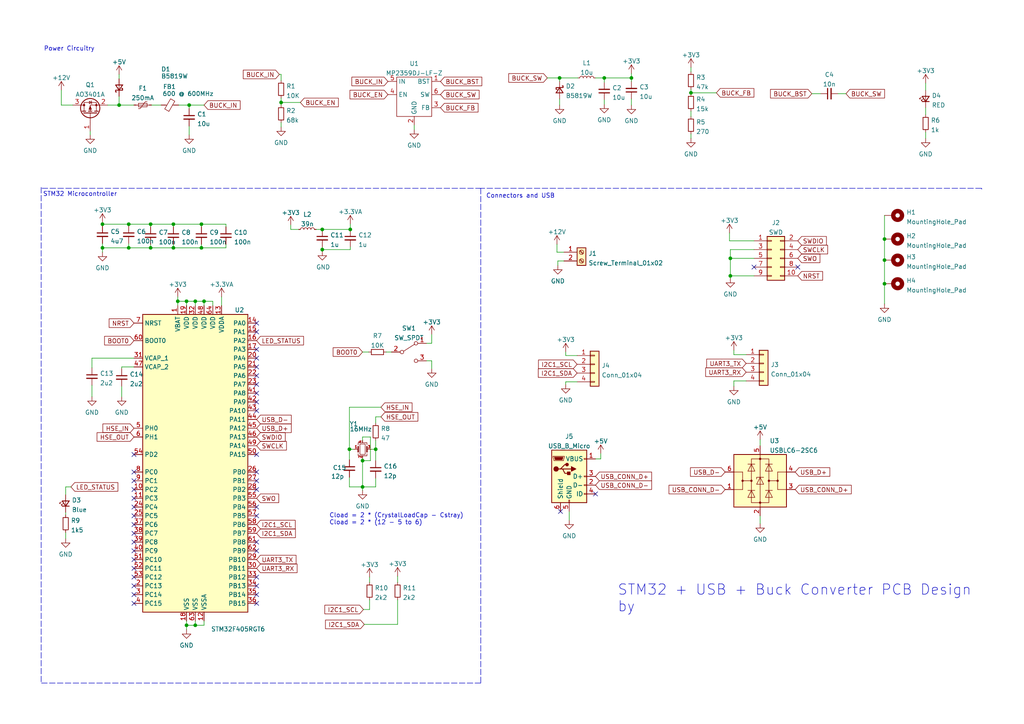
<source format=kicad_sch>
(kicad_sch (version 20211123) (generator eeschema)
  (paper "A4")
  (title_block (title "STM32F405RGT6 based test project") (date "2022-04-27") (rev "0.1v") (company "Majdbiw4200"))
  (lib_symbols
    (symbol "Connector:Screw_Terminal_01x02" (pin_names (offset 1.016) hide)
      (property "Reference" "J" (at 0 2.54 0))
      (property "Value" "Screw_Terminal_01x02" (at 0 -5.08 0))
      (symbol "Screw_Terminal_01x02_1_1"
        (pin passive line (at -5.08 0 0) (length 3.81) (name "Pin_1") (number "1"))
        (pin passive line (at -5.08 -2.54 0) (length 3.81) (name "Pin_2") (number "2"))
      )
    )
    (symbol "Connector:USB_B_Micro" (pin_names (offset 1.016))
      (property "Reference" "J" (at -5.08 11.43 0))
      (property "Value" "USB_B_Micro" (at -5.08 8.89 0))
      (symbol "USB_B_Micro_1_1"
        (pin power_out line (at 7.62 5.08 180) (length 2.54) (name "VBUS") (number "1"))
        (pin bidirectional line (at 7.62 -2.54 180) (length 2.54) (name "D-") (number "2"))
        (pin bidirectional line (at 7.62 0 180) (length 2.54) (name "D+") (number "3"))
        (pin passive line (at 7.62 -5.08 180) (length 2.54) (name "ID") (number "4"))
        (pin power_out line (at 0 -10.16 90) (length 2.54) (name "GND") (number "5"))
        (pin passive line (at -2.54 -10.16 90) (length 2.54) (name "Shield") (number "6"))
      )
    )
    (symbol "Connector_Generic:Conn_01x04" (pin_names (offset 1.016) hide)
      (property "Reference" "J" (at 0 5.08 0))
      (property "Value" "Conn_01x04" (at 0 -7.62 0))
      (symbol "Conn_01x04_1_1"
        (pin passive line (at -5.08 2.54 0) (length 3.81) (name "Pin_1") (number "1"))
        (pin passive line (at -5.08 0 0) (length 3.81) (name "Pin_2") (number "2"))
        (pin passive line (at -5.08 -2.54 0) (length 3.81) (name "Pin_3") (number "3"))
        (pin passive line (at -5.08 -5.08 0) (length 3.81) (name "Pin_4") (number "4"))
      )
    )
    (symbol "Connector_Generic:Conn_02x05_Odd_Even" (pin_names (offset 1.016) hide)
      (property "Reference" "J" (at 1.27 7.62 0))
      (property "Value" "Conn_02x05_Odd_Even" (at 1.27 -7.62 0))
      (symbol "Conn_02x05_Odd_Even_1_1"
        (pin passive line (at -5.08 5.08 0) (length 3.81) (name "Pin_1") (number "1"))
        (pin passive line (at 7.62 -5.08 180) (length 3.81) (name "Pin_10") (number "10"))
        (pin passive line (at 7.62 5.08 180) (length 3.81) (name "Pin_2") (number "2"))
        (pin passive line (at -5.08 2.54 0) (length 3.81) (name "Pin_3") (number "3"))
        (pin passive line (at 7.62 2.54 180) (length 3.81) (name "Pin_4") (number "4"))
        (pin passive line (at -5.08 0 0) (length 3.81) (name "Pin_5") (number "5"))
        (pin passive line (at 7.62 0 180) (length 3.81) (name "Pin_6") (number "6"))
        (pin passive line (at -5.08 -2.54 0) (length 3.81) (name "Pin_7") (number "7"))
        (pin passive line (at 7.62 -2.54 180) (length 3.81) (name "Pin_8") (number "8"))
        (pin passive line (at -5.08 -5.08 0) (length 3.81) (name "Pin_9") (number "9"))
      )
    )
    (symbol "Device:C_Small" (pin_numbers hide) (pin_names (offset 0.254) hide)
      (property "Reference" "C" (at 0.254 1.778 0))
      (property "Value" "C_Small" (at 0.254 -2.032 0))
      (symbol "C_Small_1_1"
        (pin passive line (at 0 2.54 270) (length 2.032) (name "~") (number "1"))
        (pin passive line (at 0 -2.54 90) (length 2.032) (name "~") (number "2"))
      )
    )
    (symbol "Device:Crystal_GND24_Small" (pin_names (offset 1.016) hide)
      (property "Reference" "Y" (at 1.27 4.445 0))
      (property "Value" "Crystal_GND24_Small" (at 1.27 2.54 0))
      (symbol "Crystal_GND24_Small_1_1"
        (pin passive line (at -2.54 0 0) (length 1.27) (name "1") (number "1"))
        (pin passive line (at 0 -2.54 90) (length 0.635) (name "2") (number "2"))
        (pin passive line (at 2.54 0 180) (length 1.27) (name "3") (number "3"))
        (pin passive line (at 0 2.54 270) (length 0.635) (name "4") (number "4"))
      )
    )
    (symbol "Device:D_Schottky_Small" (pin_numbers hide) (pin_names (offset 0.254) hide)
      (property "Reference" "D" (at -1.27 2.032 0))
      (property "Value" "D_Schottky_Small" (at -7.112 -2.032 0))
      (symbol "D_Schottky_Small_1_1"
        (pin passive line (at -2.54 0 0) (length 1.778) (name "K") (number "1"))
        (pin passive line (at 2.54 0 180) (length 1.778) (name "A") (number "2"))
      )
    )
    (symbol "Device:FerriteBead_Small" (pin_numbers hide) (pin_names (offset 0))
      (property "Reference" "FB" (at 1.905 1.27 0))
      (property "Value" "FerriteBead_Small" (at 1.905 -1.27 0))
      (symbol "FerriteBead_Small_1_1"
        (pin passive line (at 0 2.54 270) (length 1.27) (name "~") (number "1"))
        (pin passive line (at 0 -2.54 90) (length 1.27) (name "~") (number "2"))
      )
    )
    (symbol "Device:LED_Small" (pin_numbers hide) (pin_names (offset 0.254) hide)
      (property "Reference" "D" (at -1.27 3.175 0))
      (property "Value" "LED_Small" (at -4.445 -2.54 0))
      (symbol "LED_Small_1_1"
        (pin passive line (at -2.54 0 0) (length 1.778) (name "K") (number "1"))
        (pin passive line (at 2.54 0 180) (length 1.778) (name "A") (number "2"))
      )
    )
    (symbol "Device:L_Small" (pin_numbers hide) (pin_names (offset 0.254) hide)
      (property "Reference" "L" (at 0.762 1.016 0))
      (property "Value" "L_Small" (at 0.762 -1.016 0))
      (symbol "L_Small_1_1"
        (pin passive line (at 0 2.54 270) (length 0.508) (name "~") (number "1"))
        (pin passive line (at 0 -2.54 90) (length 0.508) (name "~") (number "2"))
      )
    )
    (symbol "Device:Polyfuse_Small" (pin_numbers hide) (pin_names (offset 0))
      (property "Reference" "F" (at -1.905 0 90))
      (property "Value" "Polyfuse_Small" (at 1.905 0 90))
      (symbol "Polyfuse_Small_1_1"
        (pin passive line (at 0 2.54 270) (length 0.635) (name "~") (number "1"))
        (pin passive line (at 0 -2.54 90) (length 0.635) (name "~") (number "2"))
      )
    )
    (symbol "Device:R_Small" (pin_numbers hide) (pin_names (offset 0.254) hide)
      (property "Reference" "R" (at 0.762 0.508 0))
      (property "Value" "R_Small" (at 0.762 -1.016 0))
      (symbol "R_Small_1_1"
        (pin passive line (at 0 2.54 270) (length 0.762) (name "~") (number "1"))
        (pin passive line (at 0 -2.54 90) (length 0.762) (name "~") (number "2"))
      )
    )
    (symbol "MCU_ST_STM32F4:STM32F405RGTx"
      (property "Reference" "U" (at -15.24 44.45 0))
      (property "Value" "STM32F405RGTx" (at 10.16 44.45 0))
      (symbol "STM32F405RGTx_1_1"
        (pin power_in line (at -5.08 45.72 270) (length 2.54) (name "VBAT") (number "1"))
        (pin bidirectional line (at -17.78 -7.62 0) (length 2.54) (name "PC2") (number "10"))
        (pin bidirectional line (at -17.78 -10.16 0) (length 2.54) (name "PC3") (number "11"))
        (pin power_in line (at 2.54 -45.72 90) (length 2.54) (name "VSSA") (number "12"))
        (pin power_in line (at 7.62 45.72 270) (length 2.54) (name "VDDA") (number "13"))
        (pin bidirectional line (at 17.78 40.64 180) (length 2.54) (name "PA0") (number "14"))
        (pin bidirectional line (at 17.78 38.1 180) (length 2.54) (name "PA1") (number "15"))
        (pin bidirectional line (at 17.78 35.56 180) (length 2.54) (name "PA2") (number "16"))
        (pin bidirectional line (at 17.78 33.02 180) (length 2.54) (name "PA3") (number "17"))
        (pin power_in line (at -2.54 -45.72 90) (length 2.54) (name "VSS") (number "18"))
        (pin power_in line (at -2.54 45.72 270) (length 2.54) (name "VDD") (number "19"))
        (pin bidirectional line (at -17.78 -35.56 0) (length 2.54) (name "PC13") (number "2"))
        (pin bidirectional line (at 17.78 30.48 180) (length 2.54) (name "PA4") (number "20"))
        (pin bidirectional line (at 17.78 27.94 180) (length 2.54) (name "PA5") (number "21"))
        (pin bidirectional line (at 17.78 25.4 180) (length 2.54) (name "PA6") (number "22"))
        (pin bidirectional line (at 17.78 22.86 180) (length 2.54) (name "PA7") (number "23"))
        (pin bidirectional line (at -17.78 -12.7 0) (length 2.54) (name "PC4") (number "24"))
        (pin bidirectional line (at -17.78 -15.24 0) (length 2.54) (name "PC5") (number "25"))
        (pin bidirectional line (at 17.78 -2.54 180) (length 2.54) (name "PB0") (number "26"))
        (pin bidirectional line (at 17.78 -5.08 180) (length 2.54) (name "PB1") (number "27"))
        (pin bidirectional line (at 17.78 -7.62 180) (length 2.54) (name "PB2") (number "28"))
        (pin bidirectional line (at 17.78 -27.94 180) (length 2.54) (name "PB10") (number "29"))
        (pin bidirectional line (at -17.78 -38.1 0) (length 2.54) (name "PC14") (number "3"))
        (pin bidirectional line (at 17.78 -30.48 180) (length 2.54) (name "PB11") (number "30"))
        (pin power_in line (at -17.78 30.48 0) (length 2.54) (name "VCAP_1") (number "31"))
        (pin power_in line (at 0 45.72 270) (length 2.54) (name "VDD") (number "32"))
        (pin bidirectional line (at 17.78 -33.02 180) (length 2.54) (name "PB12") (number "33"))
        (pin bidirectional line (at 17.78 -35.56 180) (length 2.54) (name "PB13") (number "34"))
        (pin bidirectional line (at 17.78 -38.1 180) (length 2.54) (name "PB14") (number "35"))
        (pin bidirectional line (at 17.78 -40.64 180) (length 2.54) (name "PB15") (number "36"))
        (pin bidirectional line (at -17.78 -17.78 0) (length 2.54) (name "PC6") (number "37"))
        (pin bidirectional line (at -17.78 -20.32 0) (length 2.54) (name "PC7") (number "38"))
        (pin bidirectional line (at -17.78 -22.86 0) (length 2.54) (name "PC8") (number "39"))
        (pin bidirectional line (at -17.78 -40.64 0) (length 2.54) (name "PC15") (number "4"))
        (pin bidirectional line (at -17.78 -25.4 0) (length 2.54) (name "PC9") (number "40"))
        (pin bidirectional line (at 17.78 20.32 180) (length 2.54) (name "PA8") (number "41"))
        (pin bidirectional line (at 17.78 17.78 180) (length 2.54) (name "PA9") (number "42"))
        (pin bidirectional line (at 17.78 15.24 180) (length 2.54) (name "PA10") (number "43"))
        (pin bidirectional line (at 17.78 12.7 180) (length 2.54) (name "PA11") (number "44"))
        (pin bidirectional line (at 17.78 10.16 180) (length 2.54) (name "PA12") (number "45"))
        (pin bidirectional line (at 17.78 7.62 180) (length 2.54) (name "PA13") (number "46"))
        (pin power_in line (at -17.78 27.94 0) (length 2.54) (name "VCAP_2") (number "47"))
        (pin power_in line (at 2.54 45.72 270) (length 2.54) (name "VDD") (number "48"))
        (pin bidirectional line (at 17.78 5.08 180) (length 2.54) (name "PA14") (number "49"))
        (pin input line (at -17.78 10.16 0) (length 2.54) (name "PH0") (number "5"))
        (pin bidirectional line (at 17.78 2.54 180) (length 2.54) (name "PA15") (number "50"))
        (pin bidirectional line (at -17.78 -27.94 0) (length 2.54) (name "PC10") (number "51"))
        (pin bidirectional line (at -17.78 -30.48 0) (length 2.54) (name "PC11") (number "52"))
        (pin bidirectional line (at -17.78 -33.02 0) (length 2.54) (name "PC12") (number "53"))
        (pin bidirectional line (at -17.78 2.54 0) (length 2.54) (name "PD2") (number "54"))
        (pin bidirectional line (at 17.78 -10.16 180) (length 2.54) (name "PB3") (number "55"))
        (pin bidirectional line (at 17.78 -12.7 180) (length 2.54) (name "PB4") (number "56"))
        (pin bidirectional line (at 17.78 -15.24 180) (length 2.54) (name "PB5") (number "57"))
        (pin bidirectional line (at 17.78 -17.78 180) (length 2.54) (name "PB6") (number "58"))
        (pin bidirectional line (at 17.78 -20.32 180) (length 2.54) (name "PB7") (number "59"))
        (pin input line (at -17.78 7.62 0) (length 2.54) (name "PH1") (number "6"))
        (pin input line (at -17.78 35.56 0) (length 2.54) (name "BOOT0") (number "60"))
        (pin bidirectional line (at 17.78 -22.86 180) (length 2.54) (name "PB8") (number "61"))
        (pin bidirectional line (at 17.78 -25.4 180) (length 2.54) (name "PB9") (number "62"))
        (pin power_in line (at 0 -45.72 90) (length 2.54) (name "VSS") (number "63"))
        (pin power_in line (at 5.08 45.72 270) (length 2.54) (name "VDD") (number "64"))
        (pin input line (at -17.78 40.64 0) (length 2.54) (name "NRST") (number "7"))
        (pin bidirectional line (at -17.78 -2.54 0) (length 2.54) (name "PC0") (number "8"))
        (pin bidirectional line (at -17.78 -5.08 0) (length 2.54) (name "PC1") (number "9"))
      )
    )
    (symbol "Mechanical:MountingHole_Pad" (pin_numbers hide) (pin_names (offset 1.016) hide)
      (property "Reference" "H" (at 0 6.35 0))
      (property "Value" "MountingHole_Pad" (at 0 4.445 0))
      (symbol "MountingHole_Pad_1_1"
        (pin input line (at 0 -2.54 90) (length 2.54) (name "1") (number "1"))
      )
    )
    (symbol "Power_Management:MP2359DJ-LF-Z"
      (property "Reference" "U" (at -2.54 12.7 0))
      (property "Value" "MP2359DJ-LF-Z" (at 3.81 10.16 0))
      (symbol "MP2359DJ-LF-Z_1_1"
        (pin input line (at 11.43 6.35 180) (length 2.54) (name "BST") (number "1"))
        (pin power_in line (at 3.81 -6.35 90) (length 2.54) (name "GND") (number "2"))
        (pin input line (at 11.43 -1.27 180) (length 2.54) (name "FB") (number "3"))
        (pin input line (at -3.81 2.54 0) (length 2.54) (name "EN") (number "4"))
        (pin power_in line (at -3.81 6.35 0) (length 2.54) (name "IN") (number "5"))
        (pin output line (at 11.43 2.54 180) (length 2.54) (name "SW") (number "6"))
      )
    )
    (symbol "Power_Protection:USBLC6-2SC6" (pin_names hide)
      (property "Reference" "U" (at 2.54 8.89 0))
      (property "Value" "USBLC6-2SC6" (at 2.54 -8.89 0))
      (symbol "USBLC6-2SC6_1_1"
        (pin passive line (at -10.16 -2.54 0) (length 2.54) (name "I/O1") (number "1"))
        (pin passive line (at 0 -10.16 90) (length 2.54) (name "GND") (number "2"))
        (pin passive line (at 10.16 -2.54 180) (length 2.54) (name "I/O2") (number "3"))
        (pin passive line (at 10.16 2.54 180) (length 2.54) (name "I/O2") (number "4"))
        (pin passive line (at 0 10.16 270) (length 2.54) (name "VBUS") (number "5"))
        (pin passive line (at -10.16 2.54 0) (length 2.54) (name "I/O1") (number "6"))
      )
    )
    (symbol "Switch:SW_SPDT" (pin_names (offset 0) hide)
      (property "Reference" "SW" (at 0 4.318 0))
      (property "Value" "SW_SPDT" (at 0 -5.08 0))
      (symbol "SW_SPDT_1_1"
        (pin passive line (at 5.08 2.54 180) (length 2.54) (name "A") (number "1"))
        (pin passive line (at -5.08 0 0) (length 2.54) (name "B") (number "2"))
        (pin passive line (at 5.08 -2.54 180) (length 2.54) (name "C") (number "3"))
      )
    )
    (symbol "Transistor_FET:AO3401A" (pin_names hide)
      (property "Reference" "Q" (at 5.08 1.905 0))
      (property "Value" "AO3401A" (at 5.08 0 0))
      (symbol "AO3401A_1_1"
        (pin input line (at -5.08 0 0) (length 2.54) (name "G") (number "1"))
        (pin passive line (at 2.54 -5.08 90) (length 2.54) (name "S") (number "2"))
        (pin passive line (at 2.54 5.08 270) (length 2.54) (name "D") (number "3"))
      )
    )
    (symbol "power:+12V" (power) (pin_names (offset 0))
      (property "Value" "+12V" (at 0 3.556 0))
      (symbol "+12V_1_1"
        (pin power_in line (at 0 0 90) (length 0) hide (name "+12V") (number "1"))
      )
    )
    (symbol "power:+3.3V" (power) (pin_names (offset 0))
      (property "Value" "+3.3V" (at 0 3.556 0))
      (symbol "+3.3V_1_1"
        (pin power_in line (at 0 0 90) (length 0) hide (name "+3V3") (number "1"))
      )
    )
    (symbol "power:+3.3VA" (power) (pin_names (offset 0))
      (property "Value" "+3.3VA" (at 0 3.556 0))
      (symbol "+3.3VA_1_1"
        (pin power_in line (at 0 0 90) (length 0) hide (name "+3.3VA") (number "1"))
      )
    )
    (symbol "power:+5V" (power) (pin_names (offset 0))
      (property "Value" "+5V" (at 0 3.556 0))
      (symbol "+5V_1_1"
        (pin power_in line (at 0 0 90) (length 0) hide (name "+5V") (number "1"))
      )
    )
    (symbol "power:GND" (power) (pin_names (offset 0))
      (property "Value" "GND" (at 0 -3.81 0))
      (symbol "GND_1_1"
        (pin power_in line (at 0 0 270) (length 0) hide (name "GND") (number "1"))
      )
    )
  )
  (junction (at 34.544 30.48))
  (junction (at 37.338 71.882))
  (junction (at 58.42 65.024))
  (junction (at 56.642 181.356))
  (junction (at 256.54 69.342))
  (junction (at 37.338 65.024))
  (junction (at 101.6 66.548))
  (junction (at 59.182 87.376))
  (junction (at 200.406 26.924))
  (junction (at 50.292 65.024))
  (junction (at 256.54 82.296))
  (junction (at 58.42 71.882))
  (junction (at 51.562 87.376))
  (junction (at 256.54 75.438))
  (junction (at 105.156 141.224))
  (junction (at 29.718 65.024))
  (junction (at 54.102 181.356))
  (junction (at 50.292 71.882))
  (junction (at 211.836 74.93))
  (junction (at 108.966 130.302))
  (junction (at 101.346 130.302))
  (junction (at 81.534 29.718))
  (junction (at 162.306 22.606))
  (junction (at 43.688 71.882))
  (junction (at 175.26 22.606))
  (junction (at 105.156 133.604))
  (junction (at 43.688 65.024))
  (junction (at 93.472 66.548))
  (junction (at 183.134 22.606))
  (junction (at 211.836 80.01))
  (junction (at 93.472 72.39))
  (junction (at 56.642 87.376))
  (junction (at 29.718 71.882))
  (junction (at 54.864 30.48))
  (junction (at 54.102 87.376))
  (no_connect (at 172.72 143.256))
  (no_connect (at 74.422 119.126))
  (no_connect (at 74.422 136.906))
  (no_connect (at 74.422 131.826))
  (no_connect (at 74.422 141.986))
  (no_connect (at 74.422 139.446))
  (no_connect (at 74.422 106.426))
  (no_connect (at 74.422 116.586))
  (no_connect (at 74.422 114.046))
  (no_connect (at 74.422 111.506))
  (no_connect (at 74.422 108.966))
  (no_connect (at 38.862 131.826))
  (no_connect (at 74.422 172.466))
  (no_connect (at 74.422 175.006))
  (no_connect (at 38.862 144.526))
  (no_connect (at 38.862 147.066))
  (no_connect (at 38.862 136.906))
  (no_connect (at 38.862 141.986))
  (no_connect (at 38.862 139.446))
  (no_connect (at 38.862 149.606))
  (no_connect (at 38.862 169.926))
  (no_connect (at 38.862 172.466))
  (no_connect (at 38.862 175.006))
  (no_connect (at 38.862 167.386))
  (no_connect (at 38.862 157.226))
  (no_connect (at 38.862 159.766))
  (no_connect (at 38.862 154.686))
  (no_connect (at 38.862 162.306))
  (no_connect (at 38.862 152.146))
  (no_connect (at 38.862 164.846))
  (no_connect (at 74.422 169.926))
  (no_connect (at 74.422 147.066))
  (no_connect (at 74.422 149.606))
  (no_connect (at 74.422 93.726))
  (no_connect (at 231.394 77.47))
  (no_connect (at 162.56 148.336))
  (no_connect (at 74.422 103.886))
  (no_connect (at 74.422 101.346))
  (no_connect (at 74.422 96.266))
  (no_connect (at 74.422 159.766))
  (no_connect (at 74.422 167.386))
  (no_connect (at 74.422 157.226))
  (no_connect (at 218.694 77.47))
  (wire (pts (xy 125.222 99.568) (xy 123.698 99.568)))
  (wire (pts (xy 108.966 127.762) (xy 108.966 130.302)))
  (wire (pts (xy 164.084 103.124) (xy 167.386 103.124)))
  (wire (pts (xy 235.458 27.178) (xy 237.998 27.178)))
  (wire (pts (xy 200.406 38.862) (xy 200.406 40.132)))
  (wire (pts (xy 172.72 22.606) (xy 175.26 22.606)))
  (wire (pts (xy 105.41 176.784) (xy 107.188 176.784)))
  (polyline (pts (xy 284.734 54.61) (xy 284.734 54.864)))
  (wire (pts (xy 54.864 31.496) (xy 54.864 30.48)))
  (wire (pts (xy 161.544 73.152) (xy 161.544 70.866)))
  (wire (pts (xy 43.688 65.786) (xy 43.688 65.024)))
  (wire (pts (xy 51.562 86.106) (xy 51.562 87.376)))
  (wire (pts (xy 19.05 141.224) (xy 19.05 143.51)))
  (wire (pts (xy 211.836 72.39) (xy 218.694 72.39)))
  (wire (pts (xy 50.292 71.882) (xy 43.688 71.882)))
  (wire (pts (xy 43.688 71.882) (xy 37.338 71.882)))
  (wire (pts (xy 108.966 133.604) (xy 108.966 130.302)))
  (wire (pts (xy 61.722 87.376) (xy 61.722 88.646)))
  (wire (pts (xy 54.102 180.086) (xy 54.102 181.356)))
  (wire (pts (xy 34.544 21.59) (xy 34.544 22.86)))
  (wire (pts (xy 212.852 101.6) (xy 212.852 102.87)))
  (wire (pts (xy 81.534 21.59) (xy 81.534 23.368)))
  (wire (pts (xy 105.156 141.224) (xy 105.156 142.24)))
  (wire (pts (xy 211.582 69.85) (xy 218.694 69.85)))
  (wire (pts (xy 26.67 106.68) (xy 26.67 103.886)))
  (wire (pts (xy 115.316 181.102) (xy 105.664 181.102)))
  (wire (pts (xy 35.306 106.426) (xy 38.862 106.426)))
  (wire (pts (xy 105.156 102.108) (xy 106.934 102.108)))
  (wire (pts (xy 183.134 21.336) (xy 183.134 22.606)))
  (wire (pts (xy 56.642 181.356) (xy 54.102 181.356)))
  (wire (pts (xy 175.26 28.956) (xy 175.26 30.226)))
  (wire (pts (xy 34.544 30.48) (xy 38.862 30.48)))
  (wire (pts (xy 58.42 65.786) (xy 58.42 65.024)))
  (wire (pts (xy 101.6 65.024) (xy 101.6 66.548)))
  (wire (pts (xy 58.42 70.866) (xy 58.42 71.882)))
  (wire (pts (xy 26.67 103.886) (xy 38.862 103.886)))
  (wire (pts (xy 51.562 87.376) (xy 54.102 87.376)))
  (wire (pts (xy 101.346 130.302) (xy 101.346 118.11)))
  (wire (pts (xy 101.346 138.43) (xy 101.346 141.224)))
  (wire (pts (xy 211.836 80.01) (xy 211.836 74.93)))
  (wire (pts (xy 43.688 65.024) (xy 37.338 65.024)))
  (wire (pts (xy 268.478 24.13) (xy 268.478 26.162)))
  (wire (pts (xy 26.162 38.1) (xy 26.162 39.116)))
  (wire (pts (xy 108.966 141.224) (xy 105.156 141.224)))
  (wire (pts (xy 29.718 65.024) (xy 29.718 65.532)))
  (wire (pts (xy 163.576 75.692) (xy 161.798 75.692)))
  (wire (pts (xy 212.852 102.87) (xy 216.408 102.87)))
  (wire (pts (xy 37.338 70.612) (xy 37.338 71.882)))
  (wire (pts (xy 56.642 87.376) (xy 59.182 87.376)))
  (wire (pts (xy 56.642 87.376) (xy 56.642 88.646)))
  (wire (pts (xy 207.772 26.924) (xy 200.406 26.924)))
  (wire (pts (xy 81.534 28.448) (xy 81.534 29.718)))
  (wire (pts (xy 212.852 110.49) (xy 216.408 110.49)))
  (wire (pts (xy 56.642 181.356) (xy 59.182 181.356)))
  (wire (pts (xy 101.346 141.224) (xy 105.156 141.224)))
  (wire (pts (xy 35.306 112.014) (xy 35.306 115.062)))
  (wire (pts (xy 243.078 27.178) (xy 245.364 27.178)))
  (wire (pts (xy 183.134 22.606) (xy 183.134 23.622)))
  (wire (pts (xy 183.134 28.702) (xy 183.134 30.48)))
  (wire (pts (xy 256.54 69.342) (xy 256.54 75.438)))
  (wire (pts (xy 54.102 87.376) (xy 56.642 87.376)))
  (wire (pts (xy 65.532 70.866) (xy 65.532 71.882)))
  (wire (pts (xy 163.576 73.152) (xy 161.544 73.152)))
  (wire (pts (xy 175.26 22.606) (xy 183.134 22.606)))
  (wire (pts (xy 93.472 66.548) (xy 101.6 66.548)))
  (wire (pts (xy 43.688 70.866) (xy 43.688 71.882)))
  (wire (pts (xy 175.26 22.606) (xy 175.26 23.876)))
  (wire (pts (xy 200.406 19.558) (xy 200.406 20.828)))
  (wire (pts (xy 174.244 131.572) (xy 174.244 133.096)))
  (wire (pts (xy 101.346 130.302) (xy 102.616 130.302)))
  (wire (pts (xy 54.102 181.356) (xy 54.102 182.626)))
  (wire (pts (xy 101.6 71.628) (xy 101.6 72.39)))
  (wire (pts (xy 107.442 126.746) (xy 107.442 133.604)))
  (wire (pts (xy 29.718 71.882) (xy 29.718 73.152)))
  (wire (pts (xy 123.698 104.648) (xy 125.222 104.648)))
  (wire (pts (xy 29.718 64.516) (xy 29.718 65.024)))
  (wire (pts (xy 64.262 86.106) (xy 64.262 88.646)))
  (wire (pts (xy 256.54 82.296) (xy 256.54 88.138)))
  (wire (pts (xy 93.472 72.39) (xy 93.472 72.898)))
  (wire (pts (xy 161.798 75.692) (xy 161.798 76.962)))
  (wire (pts (xy 59.182 87.376) (xy 61.722 87.376)))
  (wire (pts (xy 81.534 29.718) (xy 81.534 30.48)))
  (wire (pts (xy 87.122 29.718) (xy 81.534 29.718)))
  (wire (pts (xy 105.156 127.762) (xy 105.156 126.746)))
  (wire (pts (xy 162.306 22.606) (xy 158.75 22.606)))
  (polyline (pts (xy 139.446 198.12) (xy 11.938 198.12)))
  (wire (pts (xy 200.406 32.258) (xy 200.406 33.782)))
  (wire (pts (xy 200.406 25.908) (xy 200.406 26.924)))
  (wire (pts (xy 211.836 80.01) (xy 218.694 80.01)))
  (wire (pts (xy 107.188 167.386) (xy 107.188 168.91)))
  (wire (pts (xy 50.292 70.866) (xy 50.292 71.882)))
  (wire (pts (xy 31.242 30.48) (xy 34.544 30.48)))
  (wire (pts (xy 84.328 66.548) (xy 86.614 66.548)))
  (wire (pts (xy 19.05 154.432) (xy 19.05 156.21)))
  (wire (pts (xy 105.156 126.746) (xy 107.442 126.746)))
  (wire (pts (xy 115.316 167.132) (xy 115.316 168.91)))
  (wire (pts (xy 120.142 36.322) (xy 120.142 37.592)))
  (wire (pts (xy 174.244 133.096) (xy 172.72 133.096)))
  (wire (pts (xy 81.534 35.56) (xy 81.534 36.83)))
  (wire (pts (xy 65.532 71.882) (xy 58.42 71.882)))
  (wire (pts (xy 101.346 133.35) (xy 101.346 130.302)))
  (wire (pts (xy 59.182 181.356) (xy 59.182 180.086)))
  (wire (pts (xy 43.942 30.48) (xy 46.736 30.48)))
  (wire (pts (xy 105.156 132.842) (xy 105.156 133.604)))
  (wire (pts (xy 105.156 133.604) (xy 105.156 141.224)))
  (wire (pts (xy 115.316 173.99) (xy 115.316 181.102)))
  (wire (pts (xy 20.574 141.224) (xy 19.05 141.224)))
  (wire (pts (xy 256.54 62.484) (xy 256.54 69.342)))
  (polyline (pts (xy 12.192 54.61) (xy 139.446 54.61)))
  (wire (pts (xy 162.306 28.702) (xy 162.306 30.48)))
  (wire (pts (xy 54.864 36.576) (xy 54.864 39.116)))
  (wire (pts (xy 51.562 87.376) (xy 51.562 88.646)))
  (wire (pts (xy 112.014 102.108) (xy 113.538 102.108)))
  (wire (pts (xy 101.6 72.39) (xy 93.472 72.39)))
  (wire (pts (xy 211.836 74.93) (xy 218.694 74.93)))
  (wire (pts (xy 164.084 102.108) (xy 164.084 103.124)))
  (wire (pts (xy 19.05 148.59) (xy 19.05 149.352)))
  (wire (pts (xy 54.102 87.376) (xy 54.102 88.646)))
  (wire (pts (xy 125.222 97.028) (xy 125.222 99.568)))
  (wire (pts (xy 17.78 30.48) (xy 21.082 30.48)))
  (wire (pts (xy 17.78 26.162) (xy 17.78 30.48)))
  (wire (pts (xy 212.852 112.014) (xy 212.852 110.49)))
  (wire (pts (xy 268.478 31.242) (xy 268.478 33.274)))
  (wire (pts (xy 256.54 75.438) (xy 256.54 82.296)))
  (wire (pts (xy 164.084 110.744) (xy 167.386 110.744)))
  (wire (pts (xy 200.406 26.924) (xy 200.406 27.178)))
  (wire (pts (xy 93.472 71.628) (xy 93.472 72.39)))
  (wire (pts (xy 50.292 65.786) (xy 50.292 65.024)))
  (wire (pts (xy 101.346 118.11) (xy 110.49 118.11)))
  (wire (pts (xy 29.718 65.024) (xy 37.338 65.024)))
  (wire (pts (xy 54.864 30.48) (xy 51.816 30.48)))
  (wire (pts (xy 165.1 148.336) (xy 165.1 150.876)))
  (wire (pts (xy 56.642 181.356) (xy 56.642 180.086)))
  (wire (pts (xy 220.472 127.508) (xy 220.472 129.286)))
  (wire (pts (xy 65.532 65.024) (xy 58.42 65.024)))
  (wire (pts (xy 50.292 65.024) (xy 43.688 65.024)))
  (wire (pts (xy 162.306 22.606) (xy 167.64 22.606)))
  (wire (pts (xy 162.306 23.622) (xy 162.306 22.606)))
  (wire (pts (xy 211.836 80.772) (xy 211.836 80.01)))
  (wire (pts (xy 268.478 38.354) (xy 268.478 40.132)))
  (wire (pts (xy 220.472 149.606) (xy 220.472 151.892)))
  (wire (pts (xy 108.966 122.682) (xy 108.966 120.904)))
  (wire (pts (xy 107.188 176.784) (xy 107.188 173.99)))
  (wire (pts (xy 58.42 65.024) (xy 50.292 65.024)))
  (wire (pts (xy 34.544 27.94) (xy 34.544 30.48)))
  (wire (pts (xy 91.694 66.548) (xy 93.472 66.548)))
  (wire (pts (xy 108.966 130.302) (xy 107.696 130.302)))
  (wire (pts (xy 37.338 65.024) (xy 37.338 65.532)))
  (polyline (pts (xy 138.938 54.61) (xy 284.734 54.61)))
  (polyline (pts (xy 139.446 54.61) (xy 139.446 198.12)))
  (wire (pts (xy 54.864 30.48) (xy 59.182 30.48)))
  (wire (pts (xy 58.42 71.882) (xy 50.292 71.882)))
  (wire (pts (xy 29.718 70.612) (xy 29.718 71.882)))
  (wire (pts (xy 108.966 120.904) (xy 110.49 120.904)))
  (wire (pts (xy 164.084 111.506) (xy 164.084 110.744)))
  (wire (pts (xy 26.67 111.76) (xy 26.67 115.062)))
  (wire (pts (xy 108.966 138.684) (xy 108.966 141.224)))
  (wire (pts (xy 211.582 67.564) (xy 211.582 69.85)))
  (polyline (pts (xy 11.938 54.356) (xy 11.938 198.12)))
  (wire (pts (xy 125.222 104.648) (xy 125.222 106.934)))
  (wire (pts (xy 59.182 87.376) (xy 59.182 88.646)))
  (wire (pts (xy 81.026 21.59) (xy 81.534 21.59)))
  (wire (pts (xy 107.442 133.604) (xy 105.156 133.604)))
  (wire (pts (xy 35.306 106.934) (xy 35.306 106.426)))
  (wire (pts (xy 84.328 65.278) (xy 84.328 66.548)))
  (wire (pts (xy 37.338 71.882) (xy 29.718 71.882)))
  (wire (pts (xy 65.532 65.786) (xy 65.532 65.024)))
  (wire (pts (xy 211.836 74.93) (xy 211.836 72.39)))
  (text "Power Circuitry" (at 12.7 14.986 0) (effects (font (size 1.27 1.27)) (justify left bottom)))
  (text "STM32 Microcontroller\n" (at 12.446 57.15 0) (effects (font (size 1.27 1.27)) (justify left bottom)))
  (text "Cload = 2 * (CrystalLoadCap - Cstray)\nCload = 2 * (12 - 5 to 6)\n" (at 95.504 152.4 0) (effects (font (size 1.27 1.27)) (justify left bottom)))
  (text "STM32 + USB + Buck Converter PCB Design\nby" (at 179.07 177.8 0) (effects (font (size 3 3)) (justify left bottom)))
  (text "Connectors and USB\n" (at 140.97 57.658 0) (effects (font (size 1.27 1.27)) (justify left bottom)))
  (global_label "UART3_RX" (shape input) (at 74.422 164.846 0) (property "Intersheet References" "${INTERSHEET_REFS}" (effects hide)))
  (global_label "LED_STATUS" (shape input) (at 20.574 141.224 0) (property "Intersheet References" "${INTERSHEET_REFS}" (effects hide)))
  (global_label "BUCK_SW" (shape input) (at 158.75 22.606 180) (property "Intersheet References" "${INTERSHEET_REFS}" (effects hide)))
  (global_label "BOOT0" (shape input) (at 105.156 102.108 180) (property "Intersheet References" "${INTERSHEET_REFS}" (effects hide)))
  (global_label "UART3_TX" (shape input) (at 216.408 105.41 180) (property "Intersheet References" "${INTERSHEET_REFS}" (effects hide)))
  (global_label "USB_CONN_D-" (shape input) (at 210.312 141.986 180) (property "Intersheet References" "${INTERSHEET_REFS}" (effects hide)))
  (global_label "SWO" (shape input) (at 231.394 74.93 0) (property "Intersheet References" "${INTERSHEET_REFS}" (effects hide)))
  (global_label "SWDIO" (shape input) (at 74.422 126.746 0) (property "Intersheet References" "${INTERSHEET_REFS}" (effects hide)))
  (global_label "HSE_OUT" (shape input) (at 38.862 126.746 180) (property "Intersheet References" "${INTERSHEET_REFS}" (effects hide)))
  (global_label "BUCK_SW" (shape input) (at 245.364 27.178 0) (property "Intersheet References" "${INTERSHEET_REFS}" (effects hide)))
  (global_label "HSE_OUT" (shape input) (at 110.49 120.904 0) (property "Intersheet References" "${INTERSHEET_REFS}" (effects hide)))
  (global_label "HSE_IN" (shape input) (at 110.49 118.11 0) (property "Intersheet References" "${INTERSHEET_REFS}" (effects hide)))
  (global_label "BUCK_EN" (shape input) (at 112.522 27.432 180) (property "Intersheet References" "${INTERSHEET_REFS}" (effects hide)))
  (global_label "BUCK_IN" (shape input) (at 59.182 30.48 0) (property "Intersheet References" "${INTERSHEET_REFS}" (effects hide)))
  (global_label "USB_D-" (shape input) (at 210.312 136.906 180) (property "Intersheet References" "${INTERSHEET_REFS}" (effects hide)))
  (global_label "HSE_IN" (shape input) (at 38.862 124.206 180) (property "Intersheet References" "${INTERSHEET_REFS}" (effects hide)))
  (global_label "BUCK_IN" (shape input) (at 112.522 23.622 180) (property "Intersheet References" "${INTERSHEET_REFS}" (effects hide)))
  (global_label "I2C1_SDA" (shape input) (at 105.664 181.102 180) (property "Intersheet References" "${INTERSHEET_REFS}" (effects hide)))
  (global_label "USB_CONN_D+" (shape input) (at 172.72 138.176 0) (property "Intersheet References" "${INTERSHEET_REFS}" (effects hide)))
  (global_label "BUCK_BST" (shape input) (at 127.762 23.622 0) (property "Intersheet References" "${INTERSHEET_REFS}" (effects hide)))
  (global_label "I2C1_SCL" (shape input) (at 105.41 176.784 180) (property "Intersheet References" "${INTERSHEET_REFS}" (effects hide)))
  (global_label "BOOT0" (shape input) (at 38.862 98.806 180) (property "Intersheet References" "${INTERSHEET_REFS}" (effects hide)))
  (global_label "USB_D+" (shape input) (at 74.422 124.206 0) (property "Intersheet References" "${INTERSHEET_REFS}" (effects hide)))
  (global_label "SWCLK" (shape input) (at 231.394 72.39 0) (property "Intersheet References" "${INTERSHEET_REFS}" (effects hide)))
  (global_label "USB_D+" (shape input) (at 230.632 136.906 0) (property "Intersheet References" "${INTERSHEET_REFS}" (effects hide)))
  (global_label "SWCLK" (shape input) (at 74.422 129.286 0) (property "Intersheet References" "${INTERSHEET_REFS}" (effects hide)))
  (global_label "USB_CONN_D+" (shape input) (at 230.632 141.986 0) (property "Intersheet References" "${INTERSHEET_REFS}" (effects hide)))
  (global_label "BUCK_BST" (shape input) (at 235.458 27.178 180) (property "Intersheet References" "${INTERSHEET_REFS}" (effects hide)))
  (global_label "BUCK_FB" (shape input) (at 127.762 31.242 0) (property "Intersheet References" "${INTERSHEET_REFS}" (effects hide)))
  (global_label "SWDIO" (shape input) (at 231.394 69.85 0) (property "Intersheet References" "${INTERSHEET_REFS}" (effects hide)))
  (global_label "NRST" (shape input) (at 231.394 80.01 0) (property "Intersheet References" "${INTERSHEET_REFS}" (effects hide)))
  (global_label "UART3_RX" (shape input) (at 216.408 107.95 180) (property "Intersheet References" "${INTERSHEET_REFS}" (effects hide)))
  (global_label "NRST" (shape input) (at 38.862 93.726 180) (property "Intersheet References" "${INTERSHEET_REFS}" (effects hide)))
  (global_label "UART3_TX" (shape input) (at 74.422 162.306 0) (property "Intersheet References" "${INTERSHEET_REFS}" (effects hide)))
  (global_label "BUCK_IN" (shape input) (at 81.026 21.59 180) (property "Intersheet References" "${INTERSHEET_REFS}" (effects hide)))
  (global_label "BUCK_FB" (shape input) (at 207.772 26.924 0) (property "Intersheet References" "${INTERSHEET_REFS}" (effects hide)))
  (global_label "I2C1_SCL" (shape input) (at 167.386 105.664 180) (property "Intersheet References" "${INTERSHEET_REFS}" (effects hide)))
  (global_label "I2C1_SDA" (shape input) (at 74.422 154.686 0) (property "Intersheet References" "${INTERSHEET_REFS}" (effects hide)))
  (global_label "USB_CONN_D-" (shape input) (at 172.72 140.716 0) (property "Intersheet References" "${INTERSHEET_REFS}" (effects hide)))
  (global_label "BUCK_SW" (shape input) (at 127.762 27.432 0) (property "Intersheet References" "${INTERSHEET_REFS}" (effects hide)))
  (global_label "LED_STATUS" (shape input) (at 74.422 98.806 0) (property "Intersheet References" "${INTERSHEET_REFS}" (effects hide)))
  (global_label "USB_D-" (shape input) (at 74.422 121.666 0) (property "Intersheet References" "${INTERSHEET_REFS}" (effects hide)))
  (global_label "I2C1_SDA" (shape input) (at 167.386 108.204 180) (property "Intersheet References" "${INTERSHEET_REFS}" (effects hide)))
  (global_label "BUCK_EN" (shape input) (at 87.122 29.718 0) (property "Intersheet References" "${INTERSHEET_REFS}" (effects hide)))
  (global_label "SWO" (shape input) (at 74.422 144.526 0) (property "Intersheet References" "${INTERSHEET_REFS}" (effects hide)))
  (global_label "I2C1_SCL" (shape input) (at 74.422 152.146 0) (property "Intersheet References" "${INTERSHEET_REFS}" (effects hide)))
  (symbol (lib_id "power:GND") (at 26.67 115.062 0) (unit 1)
    (property "Reference" "#PWR030" (effects hide))
    (property "Value" "GND" (at 26.67 119.6245 0))
  )
  (symbol (lib_id "power:+5V") (at 220.472 127.508 0) (unit 1)
    (property "Reference" "#PWR032" (effects hide))
    (property "Value" "+5V" (at 220.472 123.9035 0))
  )
  (symbol (lib_id "power:+3.3V") (at 51.562 86.106 0) (unit 1)
    (property "Reference" "#PWR022" (effects hide))
    (property "Value" "+3.3V" (at 51.562 82.5015 0))
  )
  (symbol (lib_id "power:GND") (at 93.472 72.898 0) (unit 1)
    (property "Reference" "#PWR018" (effects hide))
    (property "Value" "GND" (at 93.726 77.47 0))
  )
  (symbol (lib_id "power:GND") (at 164.084 111.506 0) (unit 1)
    (property "Reference" "#PWR028" (effects hide))
    (property "Value" "GND" (at 164.084 116.0685 0))
  )
  (symbol (lib_id "power:GND") (at 268.478 40.132 0) (unit 1)
    (property "Reference" "#PWR0102" (effects hide))
    (property "Value" "GND" (at 268.478 44.6945 0))
  )
  (symbol (lib_id "power:+3.3V") (at 183.134 21.336 0) (unit 1)
    (property "Reference" "#PWR03" (effects hide))
    (property "Value" "+3.3V" (at 183.134 17.7315 0))
  )
  (symbol (lib_id "power:+3.3V") (at 125.222 97.028 0) (unit 1)
    (property "Reference" "#PWR024" (effects hide))
    (property "Value" "+3.3V" (at 125.222 93.4235 0))
  )
  (symbol (lib_id "Device:C_Small") (at 43.688 68.326 0) (unit 1)
    (property "Reference" "C7" (at 46.0121 67.4238 0) (effects (justify left)))
    (property "Value" "100n" (at 46.0121 70.1989 0) (effects (justify left)))
    (property "Footprint" "Capacitor_SMD:C_0402_1005Metric" (effects hide))
    (property "LCSC Part #" "C307331" (effects hide))
  )
  (symbol (lib_id "Device:C_Small") (at 183.134 26.162 180) (unit 1)
    (property "Reference" "C3" (at 185.4581 25.2471 0) (effects (justify right)))
    (property "Value" "10u" (at 185.4581 28.0222 0) (effects (justify right)))
    (property "Footprint" "Capacitor_SMD:C_1206_3216Metric" (effects hide))
    (property "LCSC Part #" "C13585" (effects hide))
  )
  (symbol (lib_id "Device:Crystal_GND24_Small") (at 105.156 130.302 0) (unit 1)
    (property "Reference" "Y1" (at 102.616 122.936 0))
    (property "Value" "16MHz" (at 104.648 124.46 0))
    (property "Footprint" "Crystal:Crystal_SMD_3225-4Pin_3.2x2.5mm" (effects hide))
    (property "LCSC Part #" "C160456" (effects hide))
  )
  (symbol (lib_id "power:+3.3V") (at 115.316 167.132 0) (unit 1)
    (property "Reference" "#PWR038" (effects hide))
    (property "Value" "+3.3V" (at 115.316 163.5275 0))
  )
  (symbol (lib_id "power:GND") (at 212.852 112.014 0) (unit 1)
    (property "Reference" "#PWR029" (effects hide))
    (property "Value" "GND" (at 212.852 116.5765 0))
  )
  (symbol (lib_id "Device:C_Small") (at 50.292 68.326 0) (unit 1)
    (property "Reference" "C8" (at 52.6161 67.4238 0) (effects (justify left)))
    (property "Value" "100n" (at 52.6161 70.1989 0) (effects (justify left)))
    (property "Footprint" "Capacitor_SMD:C_0402_1005Metric" (effects hide))
    (property "LCSC Part #" "C307331" (effects hide))
  )
  (symbol (lib_id "power:GND") (at 256.54 88.138 0) (unit 1)
    (property "Reference" "#PWR041" (effects hide))
    (property "Value" "GND" (at 256.54 92.7005 0))
  )
  (symbol (lib_id "power:GND") (at 220.472 151.892 0) (unit 1)
    (property "Reference" "#PWR036" (effects hide))
    (property "Value" "GND" (at 220.472 156.4545 0))
  )
  (symbol (lib_id "power:GND") (at 120.142 37.592 0) (unit 1)
    (property "Reference" "#PWR010" (effects hide))
    (property "Value" "GND" (at 120.142 42.1545 0))
  )
  (symbol (lib_id "Device:LED_Small") (at 268.478 28.702 90) (unit 1)
    (property "Reference" "D4" (at 270.256 27.73 90) (effects (justify right)))
    (property "Value" "RED" (at 270.256 30.5051 90) (effects (justify right)))
    (property "Footprint" "LED_SMD:LED_0603_1608Metric" (effects hide))
    (property "LCSC Part #" "C118330" (effects hide))
  )
  (symbol (lib_id "Device:R_Small") (at 107.188 171.45 180) (unit 1)
    (property "Reference" "R10" (at 108.6866 170.5415 0) (effects (justify right)))
    (property "Value" "2k2" (at 108.6866 173.3166 0) (effects (justify right)))
    (property "Footprint" "Resistor_SMD:R_0402_1005Metric" (effects hide))
    (property "LCSC Part #" "C25879" (effects hide))
  )
  (symbol (lib_id "Device:C_Small") (at 65.532 68.326 0) (unit 1)
    (property "Reference" "C10" (at 67.8561 67.4238 0) (effects (justify left)))
    (property "Value" "100n" (at 67.8561 70.1989 0) (effects (justify left)))
    (property "Footprint" "Capacitor_SMD:C_0402_1005Metric" (effects hide))
    (property "LCSC Part #" "C307331" (effects hide))
  )
  (symbol (lib_id "power:+3.3V") (at 212.852 101.6 0) (unit 1)
    (property "Reference" "#PWR025" (effects hide))
    (property "Value" "+3.3V" (at 212.852 97.9955 0))
  )
  (symbol (lib_id "power:+12V") (at 17.78 26.162 0) (unit 1)
    (property "Reference" "#PWR04" (effects hide))
    (property "Value" "+12V" (at 17.78 22.5575 0))
  )
  (symbol (lib_id "Device:C_Small") (at 54.864 34.036 0) (unit 1)
    (property "Reference" "C1" (at 57.1881 33.1338 0) (effects (justify left)))
    (property "Value" "10u" (at 57.1881 35.9089 0) (effects (justify left)))
    (property "Footprint" "Capacitor_SMD:C_1206_3216Metric" (effects hide))
    (property "LCSC Part #" "C13585" (effects hide))
  )
  (symbol (lib_id "power:GND") (at 183.134 30.48 0) (unit 1)
    (property "Reference" "#PWR07" (effects hide))
    (property "Value" "GND" (at 183.134 35.0425 0))
  )
  (symbol (lib_id "Device:C_Small") (at 58.42 68.326 0) (unit 1)
    (property "Reference" "C9" (at 60.7441 67.4238 0) (effects (justify left)))
    (property "Value" "100n" (at 60.7441 70.1989 0) (effects (justify left)))
    (property "Footprint" "Capacitor_SMD:C_0402_1005Metric" (effects hide))
    (property "LCSC Part #" "C307331" (effects hide))
  )
  (symbol (lib_id "Device:R_Small") (at 200.406 23.368 180) (unit 1)
    (property "Reference" "R3" (at 201.9046 22.4595 0) (effects (justify right)))
    (property "Value" "47k" (at 201.9046 25.2346 0) (effects (justify right)))
    (property "Footprint" "Resistor_SMD:R_0603_1608Metric" (effects hide))
    (property "LCSC Part #" "C25819" (effects hide))
  )
  (symbol (lib_id "power:GND") (at 161.798 76.962 0) (unit 1)
    (property "Reference" "#PWR020" (effects hide))
    (property "Value" "GND" (at 161.798 81.5245 0))
  )
  (symbol (lib_id "Device:C_Small") (at 101.6 69.088 0) (unit 1)
    (property "Reference" "C12" (at 103.9241 68.1858 0) (effects (justify left)))
    (property "Value" "1u" (at 103.9241 70.9609 0) (effects (justify left)))
    (property "Footprint" "Capacitor_SMD:C_0402_1005Metric" (effects hide))
    (property "LCSC Part #" "C52923" (effects hide))
  )
  (symbol (lib_id "Device:D_Schottky_Small") (at 34.544 25.4 90) (unit 1)
    (property "Reference" "D1" (at 46.736 20.066 90) (effects (justify right)))
    (property "Value" "B5819W" (at 46.736 22.098 90) (effects (justify right)))
    (property "Footprint" "Diode_SMD:D_SOD-123" (effects hide))
    (property "LCSC Part #" "C8598" (effects hide))
  )
  (symbol (lib_id "power:+3.3V") (at 268.478 24.13 0) (unit 1)
    (property "Reference" "#PWR0101" (effects hide))
    (property "Value" "+3.3V" (at 268.478 20.5255 0))
  )
  (symbol (lib_id "power:+3.3V") (at 200.406 19.558 0) (unit 1)
    (property "Reference" "#PWR02" (effects hide))
    (property "Value" "+3.3V" (at 200.406 15.9535 0))
  )
  (symbol (lib_id "Device:D_Schottky_Small") (at 162.306 26.162 270) (unit 1)
    (property "Reference" "D2" (at 164.084 24.9995 90) (effects (justify left)))
    (property "Value" "B5819W" (at 164.084 27.7746 90) (effects (justify left)))
    (property "Footprint" "Diode_SMD:D_SOD-123" (effects hide))
    (property "LCSC Part #" "C8598" (effects hide))
  )
  (symbol (lib_id "power:+3.3V") (at 29.718 64.516 0) (unit 1)
    (property "Reference" "#PWR013" (effects hide))
    (property "Value" "+3.3V" (at 29.718 60.9115 0))
  )
  (symbol (lib_id "Connector_Generic:Conn_02x05_Odd_Even") (at 223.774 74.93 0) (unit 1)
    (property "Reference" "J2" (at 225.044 64.6135 0))
    (property "Value" "SWD" (at 225.044 67.3886 0))
    (property "Footprint" "Connector_PinHeader_1.27mm:PinHeader_2x05_P1.27mm_Vertical_SMD" (effects hide))
  )
  (symbol (lib_id "Device:R_Small") (at 268.478 35.814 180) (unit 1)
    (property "Reference" "R6" (at 269.9766 34.9055 0) (effects (justify right)))
    (property "Value" "1k" (at 269.9766 37.6806 0) (effects (justify right)))
    (property "Footprint" "Resistor_SMD:R_0603_1608Metric" (effects hide))
    (property "LCSC Part #" "C21190" (effects hide))
  )
  (symbol (lib_id "Transistor_FET:AO3401A") (at 26.162 33.02 90) (unit 1)
    (property "Reference" "Q1" (at 26.162 24.6085 90))
    (property "Value" "AO3401A" (at 26.162 27.3836 90))
    (property "Footprint" "Package_TO_SOT_SMD:SOT-23" (effects hide))
    (property "Datasheet" "http://www.aosmd.com/pdfs/datasheet/AO3401A.pdf" (effects hide))
    (property "LCSC Part #" "C15127" (effects hide))
  )
  (symbol (lib_id "power:GND") (at 165.1 150.876 0) (unit 1)
    (property "Reference" "#PWR035" (effects hide))
    (property "Value" "GND" (at 165.1 155.4385 0))
  )
  (symbol (lib_id "Device:C_Small") (at 35.306 109.474 0) (unit 1)
    (property "Reference" "C14" (at 37.6301 108.5718 0) (effects (justify left)))
    (property "Value" "2u2" (at 37.6301 111.3469 0) (effects (justify left)))
    (property "Footprint" "Capacitor_SMD:C_0603_1608Metric" (effects hide))
    (property "LCSC Part #" "C23630" (effects hide))
  )
  (symbol (lib_id "power:GND") (at 35.306 115.062 0) (unit 1)
    (property "Reference" "#PWR031" (effects hide))
    (property "Value" "GND" (at 35.306 119.6245 0))
  )
  (symbol (lib_id "Device:R_Small") (at 115.316 171.45 180) (unit 1)
    (property "Reference" "R11" (at 116.8146 170.5415 0) (effects (justify right)))
    (property "Value" "2k2" (at 116.8146 173.3166 0) (effects (justify right)))
    (property "Footprint" "Resistor_SMD:R_0402_1005Metric" (effects hide))
    (property "LCSC Part #" "C25879" (effects hide))
  )
  (symbol (lib_id "Device:C_Small") (at 37.338 68.072 0) (unit 1)
    (property "Reference" "C6" (at 39.6621 67.1698 0) (effects (justify left)))
    (property "Value" "100n" (at 39.6621 69.9449 0) (effects (justify left)))
    (property "Footprint" "Capacitor_SMD:C_0402_1005Metric" (effects hide))
    (property "LCSC Part #" "C307331" (effects hide))
  )
  (symbol (lib_id "power:GND") (at 211.836 80.772 0) (unit 1)
    (property "Reference" "#PWR021" (effects hide))
    (property "Value" "GND" (at 211.836 85.3345 0))
  )
  (symbol (lib_id "Device:C_Small") (at 93.472 69.088 0) (unit 1)
    (property "Reference" "C11" (at 95.7961 68.1858 0) (effects (justify left)))
    (property "Value" "1u" (at 95.7961 70.9609 0) (effects (justify left)))
    (property "Footprint" "Capacitor_SMD:C_0402_1005Metric" (effects hide))
    (property "LCSC Part #" "C52923" (effects hide))
  )
  (symbol (lib_id "power:+3.3V") (at 107.188 167.386 0) (unit 1)
    (property "Reference" "#PWR039" (effects hide))
    (property "Value" "+3.3V" (at 107.188 163.7815 0))
  )
  (symbol (lib_id "power:GND") (at 54.864 39.116 0) (unit 1)
    (property "Reference" "#PWR09" (effects hide))
    (property "Value" "GND" (at 54.864 43.6785 0))
  )
  (symbol (lib_id "Device:C_Small") (at 101.346 135.89 0) (unit 1)
    (property "Reference" "C15" (at 96.52 135.636 0) (effects (justify left)))
    (property "Value" "12p" (at 96.012 138.176 0) (effects (justify left)))
    (property "Footprint" "Capacitor_SMD:C_0402_1005Metric" (effects hide))
    (property "LCSC Part #" "C1547" (effects hide))
  )
  (symbol (lib_id "Device:FerriteBead_Small") (at 49.276 30.48 90) (unit 1)
    (property "Reference" "FB1" (at 51.054 25.146 90) (effects (justify left)))
    (property "Value" "600 @ 600MHz" (at 61.976 27.178 90) (effects (justify left)))
    (property "Footprint" "Inductor_SMD:L_0805_2012Metric" (effects hide))
    (property "LCSC Part #" "C1017" (effects hide))
  )
  (symbol (lib_id "Connector:Screw_Terminal_01x02") (at 168.656 73.152 0) (unit 1)
    (property "Reference" "J1" (at 170.688 73.5135 0) (effects (justify left)))
    (property "Value" "Screw_Terminal_01x02" (at 170.688 76.2886 0) (effects (justify left)))
    (property "Footprint" "TerminalBlock_Phoenix:TerminalBlock_Phoenix_PT-1,5-2-3.5-H_1x02_P3.50mm_Horizontal" (effects hide))
  )
  (symbol (lib_id "power:GND") (at 125.222 106.934 0) (unit 1)
    (property "Reference" "#PWR027" (effects hide))
    (property "Value" "GND" (at 125.222 111.4965 0))
  )
  (symbol (lib_id "power:GND") (at 200.406 40.132 0) (unit 1)
    (property "Reference" "#PWR011" (effects hide))
    (property "Value" "GND" (at 200.406 44.6945 0))
  )
  (symbol (lib_id "Mechanical:MountingHole_Pad") (at 259.08 75.438 270) (unit 1)
    (property "Reference" "H3" (at 262.89 74.5295 90) (effects (justify left)))
    (property "Value" "MountingHole_Pad" (at 262.89 77.3046 90) (effects (justify left)))
    (property "Footprint" "MountingHole:MountingHole_4.3mm_M4_Pad_Via" (effects hide))
  )
  (symbol (lib_id "Device:C_Small") (at 175.26 26.416 180) (unit 1)
    (property "Reference" "C2" (at 177.5841 25.5011 0) (effects (justify right)))
    (property "Value" "10u" (at 177.5841 28.2762 0) (effects (justify right)))
    (property "Footprint" "Capacitor_SMD:C_1206_3216Metric" (effects hide))
    (property "LCSC Part #" "C13585" (effects hide))
  )
  (symbol (lib_id "power:GND") (at 105.156 142.24 0) (unit 1)
    (property "Reference" "#PWR034" (effects hide))
    (property "Value" "GND" (at 105.156 146.8025 0))
  )
  (symbol (lib_id "MCU_ST_STM32F4:STM32F405RGTx") (at 56.642 134.366 0) (unit 1)
    (property "Reference" "U2" (at 68.072 89.916 0) (effects (justify left)))
    (property "Value" "STM32F405RGT6" (at 61.2014 182.4706 0) (effects (justify left)))
    (property "Footprint" "Package_QFP:LQFP-64_10x10mm_P0.5mm" (effects hide))
    (property "Datasheet" "http://www.st.com/st-web-ui/static/active/en/resource/technical/document/datasheet/DM00037051.pdf" (effects hide))
    (property "LCSC Part #" "C15742" (effects hide))
  )
  (symbol (lib_id "power:+3.3V") (at 164.084 102.108 0) (unit 1)
    (property "Reference" "#PWR026" (effects hide))
    (property "Value" "+3.3V" (at 164.084 98.5035 0))
  )
  (symbol (lib_id "Mechanical:MountingHole_Pad") (at 259.08 69.342 270) (unit 1)
    (property "Reference" "H2" (at 262.89 68.4335 90) (effects (justify left)))
    (property "Value" "MountingHole_Pad" (at 262.89 71.2086 90) (effects (justify left)))
    (property "Footprint" "MountingHole:MountingHole_4.3mm_M4_Pad_Via" (effects hide))
  )
  (symbol (lib_id "Device:C_Small") (at 29.718 68.072 0) (unit 1)
    (property "Reference" "C5" (at 32.0421 67.1698 0) (effects (justify left)))
    (property "Value" "4u7" (at 32.0421 69.9449 0) (effects (justify left)))
    (property "Footprint" "Capacitor_SMD:C_0603_1608Metric" (effects hide))
    (property "LCSC Part #" "C19666" (effects hide))
  )
  (symbol (lib_id "Device:R_Small") (at 19.05 151.892 180) (unit 1)
    (property "Reference" "R9" (at 20.5486 150.9835 0) (effects (justify right)))
    (property "Value" "1k5" (at 20.5486 153.7586 0) (effects (justify right)))
    (property "Footprint" "Resistor_SMD:R_0603_1608Metric" (effects hide))
    (property "LCSC Part #" "C22843" (effects hide))
  )
  (symbol (lib_id "power:+3.3VA") (at 64.262 86.106 0) (unit 1)
    (property "Reference" "#PWR023" (effects hide))
    (property "Value" "+3.3VA" (at 64.262 82.5015 0))
  )
  (symbol (lib_id "power:GND") (at 26.162 39.116 0) (unit 1)
    (property "Reference" "#PWR08" (effects hide))
    (property "Value" "GND" (at 26.162 43.6785 0))
  )
  (symbol (lib_id "Connector_Generic:Conn_01x04") (at 172.466 105.664 0) (unit 1)
    (property "Reference" "J4" (at 174.498 106.0255 0) (effects (justify left)))
    (property "Value" "Conn_01x04" (at 174.498 108.8006 0) (effects (justify left)))
    (property "Footprint" "Connector_Molex:Molex_PicoBlade_53048-0410_1x04_P1.25mm_Horizontal" (effects hide))
  )
  (symbol (lib_id "Mechanical:MountingHole_Pad") (at 259.08 62.484 270) (unit 1)
    (property "Reference" "H1" (at 262.89 61.5755 90) (effects (justify left)))
    (property "Value" "MountingHole_Pad" (at 262.89 64.3506 90) (effects (justify left)))
    (property "Footprint" "MountingHole:MountingHole_4.3mm_M4_Pad_Via" (effects hide))
  )
  (symbol (lib_id "Device:L_Small") (at 170.18 22.606 90) (unit 1)
    (property "Reference" "L1" (at 170.18 18.2585 90))
    (property "Value" "10u" (at 170.18 21.0336 90))
    (property "Footprint" "Inductor_SMD:L_6.3x6.3_H3" (effects hide))
    (property "LCSC Part #" "C163676" (effects hide))
  )
  (symbol (lib_id "power:GND") (at 162.306 30.48 0) (unit 1)
    (property "Reference" "#PWR06" (effects hide))
    (property "Value" "GND" (at 162.306 35.0425 0))
  )
  (symbol (lib_id "Switch:SW_SPDT") (at 118.618 102.108 0) (unit 1)
    (property "Reference" "SW1" (at 118.618 95.2205 0))
    (property "Value" "SW_SPDT" (at 118.618 97.9956 0))
    (property "Footprint" "Button_Switch_SMD:SW_SPDT_PCM12" (effects hide))
    (property "LCSC Part #" "C109335" (effects hide))
  )
  (symbol (lib_id "Device:R_Small") (at 81.534 33.02 180) (unit 1)
    (property "Reference" "R2" (at 83.0326 32.1115 0) (effects (justify right)))
    (property "Value" "68k" (at 83.0326 34.8866 0) (effects (justify right)))
    (property "Footprint" "Resistor_SMD:R_0603_1608Metric" (effects hide))
    (property "LCSC Part #" "C23231" (effects hide))
  )
  (symbol (lib_id "Device:R_Small") (at 109.474 102.108 90) (unit 1)
    (property "Reference" "R7" (at 109.474 97.4049 90))
    (property "Value" "10K" (at 109.474 100.18 90))
    (property "Footprint" "Resistor_SMD:R_0402_1005Metric" (effects hide))
    (property "LCSC Part #" "C25744" (effects hide))
  )
  (symbol (lib_id "Device:R_Small") (at 81.534 25.908 180) (unit 1)
    (property "Reference" "R1" (at 83.0326 24.9995 0) (effects (justify right)))
    (property "Value" "10K" (at 83.0326 27.7746 0) (effects (justify right)))
    (property "Footprint" "Resistor_SMD:R_0603_1608Metric" (effects hide))
    (property "LCSC Part #" "C25197" (effects hide))
  )
  (symbol (lib_id "Connector_Generic:Conn_01x04") (at 221.488 105.41 0) (unit 1)
    (property "Reference" "J3" (at 223.52 105.7715 0) (effects (justify left)))
    (property "Value" "Conn_01x04" (at 223.52 108.5466 0) (effects (justify left)))
    (property "Footprint" "Connector_Molex:Molex_PicoBlade_53048-0410_1x04_P1.25mm_Horizontal" (effects hide))
  )
  (symbol (lib_id "Connector:USB_B_Micro") (at 165.1 138.176 0) (unit 1)
    (property "Reference" "J5" (at 165.1 126.5895 0))
    (property "Value" "USB_B_Micro" (at 165.1 129.3646 0))
    (property "Footprint" "Connector_USB:USB_Micro-B_Molex_47346-0001" (effects hide))
    (property "LCSC Part #" "C393940" (effects hide))
  )
  (symbol (lib_id "power:GND") (at 29.718 73.152 0) (unit 1)
    (property "Reference" "#PWR019" (effects hide))
    (property "Value" "GND" (at 29.718 77.7145 0))
  )
  (symbol (lib_id "power:+3.3V") (at 211.582 67.564 0) (unit 1)
    (property "Reference" "#PWR016" (effects hide))
    (property "Value" "+3.3V" (at 211.582 63.9595 0))
  )
  (symbol (lib_id "power:GND") (at 175.26 30.226 0) (unit 1)
    (property "Reference" "#PWR05" (effects hide))
    (property "Value" "GND" (at 175.26 34.7885 0))
  )
  (symbol (lib_id "power:+3.3V") (at 84.328 65.278 0) (unit 1)
    (property "Reference" "#PWR015" (effects hide))
    (property "Value" "+3.3V" (at 84.328 61.6735 0))
  )
  (symbol (lib_id "Device:R_Small") (at 200.406 36.322 180) (unit 1)
    (property "Reference" "R5" (at 201.9046 35.4135 0) (effects (justify right)))
    (property "Value" "270" (at 201.9046 38.1886 0) (effects (justify right)))
    (property "Footprint" "Resistor_SMD:R_0603_1608Metric" (effects hide))
    (property "LCSC Part #" "C22966" (effects hide))
  )
  (symbol (lib_id "power:GND") (at 19.05 156.21 0) (unit 1)
    (property "Reference" "#PWR037" (effects hide))
    (property "Value" "GND" (at 19.05 160.7725 0))
  )
  (symbol (lib_id "Device:R_Small") (at 200.406 29.718 180) (unit 1)
    (property "Reference" "R4" (at 201.9046 28.8095 0) (effects (justify right)))
    (property "Value" "15k" (at 201.9046 31.5846 0) (effects (justify right)))
    (property "Footprint" "Resistor_SMD:R_0603_1608Metric" (effects hide))
    (property "LCSC Part #" "C22809" (effects hide))
  )
  (symbol (lib_id "Device:R_Small") (at 108.966 125.222 180) (unit 1)
    (property "Reference" "R8" (at 110.4646 124.3135 0) (effects (justify right)))
    (property "Value" "47" (at 110.4646 127.0886 0) (effects (justify right)))
    (property "Footprint" "Resistor_SMD:R_0402_1005Metric" (effects hide))
    (property "LCSC Part #" "C25118" (effects hide))
  )
  (symbol (lib_id "Device:LED_Small") (at 19.05 146.05 90) (unit 1)
    (property "Reference" "D3" (at 20.828 145.078 90) (effects (justify right)))
    (property "Value" "Blue" (at 20.828 147.8531 90) (effects (justify right)))
    (property "Footprint" "LED_SMD:LED_0603_1608Metric" (effects hide))
    (property "LCSC Part #" "C138541" (effects hide))
  )
  (symbol (lib_id "Mechanical:MountingHole_Pad") (at 259.08 82.296 270) (unit 1)
    (property "Reference" "H4" (at 262.89 81.3875 90) (effects (justify left)))
    (property "Value" "MountingHole_Pad" (at 262.89 84.1626 90) (effects (justify left)))
    (property "Footprint" "MountingHole:MountingHole_4.3mm_M4_Pad_Via" (effects hide))
  )
  (symbol (lib_id "Device:C_Small") (at 108.966 136.144 0) (unit 1)
    (property "Reference" "C16" (at 111.2901 135.2418 0) (effects (justify left)))
    (property "Value" "12p" (at 111.2901 138.0169 0) (effects (justify left)))
    (property "Footprint" "Capacitor_SMD:C_0402_1005Metric" (effects hide))
    (property "LCSC Part #" "C1547" (effects hide))
  )
  (symbol (lib_id "Device:L_Small") (at 89.154 66.548 90) (unit 1)
    (property "Reference" "L2" (at 89.154 62.2005 90))
    (property "Value" "39n" (at 89.154 64.9756 90))
    (property "Footprint" "Inductor_SMD:L_0402_1005Metric" (effects hide))
    (property "LCSC Part #" "C335623" (effects hide))
  )
  (symbol (lib_id "Device:C_Small") (at 240.538 27.178 90) (unit 1)
    (property "Reference" "C4" (at 240.5443 21.6494 90))
    (property "Value" "10n" (at 240.5443 24.4245 90))
    (property "Footprint" "Capacitor_SMD:C_0603_1608Metric" (effects hide))
    (property "LCSC Part #" "C57112" (effects hide))
  )
  (symbol (lib_id "Device:C_Small") (at 26.67 109.22 0) (unit 1)
    (property "Reference" "C13" (at 28.9941 108.3178 0) (effects (justify left)))
    (property "Value" "2u2" (at 28.9941 111.0929 0) (effects (justify left)))
    (property "Footprint" "Capacitor_SMD:C_0603_1608Metric" (effects hide))
    (property "LCSC Part #" "C23630" (effects hide))
  )
  (symbol (lib_id "Power_Management:MP2359DJ-LF-Z") (at 116.332 29.972 0) (unit 1)
    (property "Reference" "U1" (at 120.142 18.4363 0))
    (property "Value" "MP2359DJ-LF-Z" (at 120.142 21.2114 0))
    (property "Footprint" "Package_TO_SOT_SMD:SOT-23-6" (effects hide))
    (property "LCSC Part #" "C14259" (effects hide))
  )
  (symbol (lib_id "power:+5V") (at 174.244 131.572 0) (unit 1)
    (property "Reference" "#PWR033" (effects hide))
    (property "Value" "+5V" (at 174.244 127.9675 0))
  )
  (symbol (lib_id "power:+5V") (at 34.544 21.59 0) (unit 1)
    (property "Reference" "#PWR01" (effects hide))
    (property "Value" "+5V" (at 34.544 17.9855 0))
  )
  (symbol (lib_id "Power_Protection:USBLC6-2SC6") (at 220.472 139.446 0) (unit 1)
    (property "Reference" "U3" (at 223.2407 127.8595 0) (effects (justify left)))
    (property "Value" "USBLC6-2SC6" (at 223.2407 130.6346 0) (effects (justify left)))
    (property "Footprint" "Package_TO_SOT_SMD:SOT-23-6" (effects hide))
    (property "Datasheet" "https://www.st.com/resource/en/datasheet/usblc6-2.pdf" (effects hide))
    (property "LCSC Part #" "C2827654" (effects hide))
  )
  (symbol (lib_id "power:GND") (at 54.102 182.626 0) (unit 1)
    (property "Reference" "#PWR040" (effects hide))
    (property "Value" "GND" (at 54.102 187.1885 0))
  )
  (symbol (lib_id "power:+3.3VA") (at 101.6 65.024 0) (unit 1)
    (property "Reference" "#PWR014" (effects hide))
    (property "Value" "+3.3VA" (at 101.6 61.4195 0))
  )
  (symbol (lib_id "power:+12V") (at 161.544 70.866 0) (unit 1)
    (property "Reference" "#PWR017" (effects hide))
    (property "Value" "+12V" (at 161.544 67.2615 0))
  )
  (symbol (lib_id "power:GND") (at 81.534 36.83 0) (unit 1)
    (property "Reference" "#PWR012" (effects hide))
    (property "Value" "GND" (at 81.534 41.3925 0))
  )
  (symbol (lib_id "Device:Polyfuse_Small") (at 41.402 30.48 90) (unit 1)
    (property "Reference" "F1" (at 41.402 25.6245 90))
    (property "Value" "250mA" (at 41.402 28.3996 90))
    (property "Footprint" "Fuse:Fuse_1206_3216Metric" (effects hide))
    (property "LCSC Part #" "C99561" (effects hide))
  )
)
</source>
